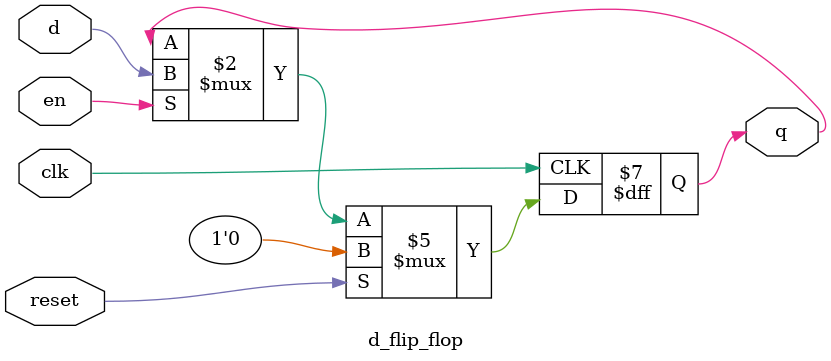
<source format=v>

module d_flip_flop (
    input wire clk,  
    input wire reset,
    input wire en,  
    input wire d,   
    output reg q
);

always @(posedge clk) 
begin
    if (reset) 
        begin
            q <= 1'b0; 
        end
    else 
        if (en) 
            begin
                q <= d;
            end
end

endmodule

</source>
